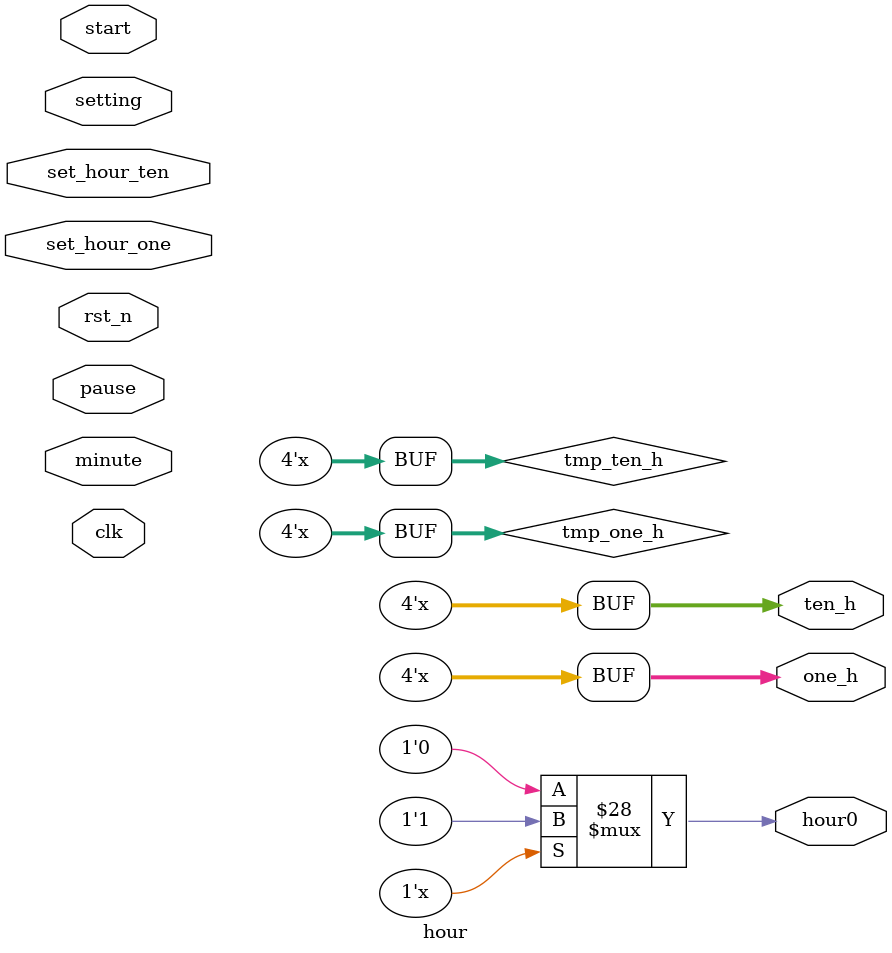
<source format=v>
`timescale 1ns / 1ps


module hour(
    input clk,
    input rst_n,
    input minute,
    input [3:0]set_hour_one,
    input [3:0]set_hour_ten,
    input setting,
    input start,
    input pause,
    output reg [3:0]one_h,
    output reg [3:0]ten_h,
    output reg hour0
    );
    reg [3:0]tmp_one_h;
    reg [3:0]tmp_ten_h;
    
    always@*
        if (start && ~pause)
            tmp_one_h = one_h - 1'b1;   
        else 
            one_h <= one_h;               
    always@(posedge clk or posedge rst_n)
        if (rst_n)
            one_h <= 4'd0;
        else if (setting || ~start)
            one_h <= set_hour_one;
        else if (start && ~pause)
            if(minute == 1)
                if (one_h == 4'd0)
                    if (ten_h == 4'd0)
                        one_h <= one_h;
                    else
                        one_h <= 4'd9;
                else
                    one_h <= tmp_one_h;         
            else
                one_h <= one_h;
        else 
            one_h <= one_h;

    always@*
        if (start && ~pause)
            tmp_ten_h = ten_h - 1'b1; 
        else 
            ten_h <= ten_h;                 
    always@(posedge clk or posedge rst_n)
        if (rst_n)
                ten_h <= 4'd0;
        else if (setting || ~start)
                ten_h <= set_hour_ten;
        else if (start && ~pause)
            if (minute == 1)     
                if (one_h == 4'd0)
                    if (ten_h == 4'd0)
                            ten_h <= 4'd0;
                    else
                            ten_h <= tmp_ten_h;
            else
                ten_h <= ten_h;
        else 
                ten_h <= ten_h;
                
    always@*
        if ({one_h, ten_h} == 8'd0)
            hour0 = 1'b1;
        else 
            hour0 = 1'b0;
endmodule

</source>
